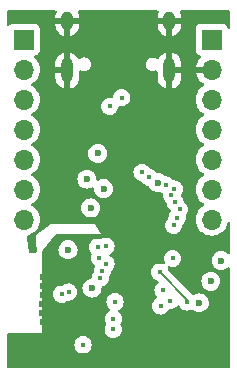
<source format=gbr>
%TF.GenerationSoftware,KiCad,Pcbnew,7.0.11-7.0.11~ubuntu22.04.1*%
%TF.CreationDate,2024-10-26T23:49:30+02:00*%
%TF.ProjectId,C6-40-Flash-test,43362d34-302d-4466-9c61-73682d746573,1.0*%
%TF.SameCoordinates,Original*%
%TF.FileFunction,Copper,L2,Inr*%
%TF.FilePolarity,Positive*%
%FSLAX46Y46*%
G04 Gerber Fmt 4.6, Leading zero omitted, Abs format (unit mm)*
G04 Created by KiCad (PCBNEW 7.0.11-7.0.11~ubuntu22.04.1) date 2024-10-26 23:49:30*
%MOMM*%
%LPD*%
G01*
G04 APERTURE LIST*
%TA.AperFunction,ComponentPad*%
%ADD10R,1.700000X1.700000*%
%TD*%
%TA.AperFunction,ComponentPad*%
%ADD11O,1.700000X1.700000*%
%TD*%
%TA.AperFunction,ComponentPad*%
%ADD12O,1.000000X1.600000*%
%TD*%
%TA.AperFunction,ComponentPad*%
%ADD13O,1.000000X2.100000*%
%TD*%
%TA.AperFunction,ViaPad*%
%ADD14C,0.450000*%
%TD*%
%TA.AperFunction,ViaPad*%
%ADD15C,0.600000*%
%TD*%
%TA.AperFunction,Conductor*%
%ADD16C,0.200000*%
%TD*%
G04 APERTURE END LIST*
D10*
%TO.N,IO0*%
%TO.C,J2*%
X134190000Y-84505000D03*
D11*
%TO.N,IO1*%
X134190000Y-87045000D03*
%TO.N,IO2*%
X134190000Y-89585000D03*
%TO.N,IO3*%
X134190000Y-92125000D03*
%TO.N,IO4*%
X134190000Y-94665000D03*
%TO.N,IO5*%
X134190000Y-97205000D03*
%TO.N,IO6*%
X134190000Y-99745000D03*
%TD*%
D10*
%TO.N,VBUS*%
%TO.C,J3*%
X150100000Y-84505000D03*
D11*
%TO.N,GND*%
X150100000Y-87045000D03*
%TO.N,+3V3*%
X150100000Y-89585000D03*
%TO.N,SPIVDD*%
X150100000Y-92125000D03*
%TO.N,RX*%
X150100000Y-94665000D03*
%TO.N,TX*%
X150100000Y-97205000D03*
%TO.N,IO7*%
X150100000Y-99745000D03*
%TD*%
D12*
%TO.N,GND*%
%TO.C,J1*%
X137870000Y-82935000D03*
D13*
X137870000Y-87115000D03*
D12*
X146510000Y-82935000D03*
D13*
X146510000Y-87115000D03*
%TD*%
D14*
%TO.N,IO6*%
X148025000Y-106725000D03*
X145700000Y-104200000D03*
D15*
%TO.N,+3V3*%
X149050000Y-106800000D03*
%TO.N,GND*%
X150750000Y-108150000D03*
D14*
%TO.N,SPICS0*%
X139200000Y-110350000D03*
D15*
%TO.N,GND*%
X142450000Y-111850000D03*
D14*
%TO.N,SPI_D2*%
X141750000Y-109050000D03*
%TO.N,SPI_D0*%
X146600000Y-106600000D03*
%TO.N,SPICLK*%
X145775000Y-107061789D03*
X146940000Y-97155000D03*
D15*
%TO.N,SPIVDD*%
X150017880Y-104975000D03*
D14*
%TO.N,BOOT*%
X141911527Y-106709762D03*
X146785000Y-103028067D03*
D15*
%TO.N,GND*%
X135780000Y-105350000D03*
X143740000Y-99255000D03*
X135780000Y-108380000D03*
X135770000Y-107640000D03*
X135770000Y-106850000D03*
X136570000Y-105235000D03*
X135790000Y-104580000D03*
X136550000Y-102165000D03*
D14*
X137150000Y-93425000D03*
X139694000Y-107851587D03*
D15*
X143750000Y-99935000D03*
X143740000Y-100605000D03*
X136550000Y-96735000D03*
X138050000Y-110435000D03*
D14*
X147370000Y-96080000D03*
D15*
X135940000Y-111045000D03*
X135780000Y-106130000D03*
D14*
X144210000Y-92305000D03*
D15*
%TO.N,+3V3*%
X139844620Y-98760380D03*
X140940000Y-97125000D03*
X139530000Y-96315000D03*
D14*
X141144872Y-102000407D03*
D15*
X139960000Y-105545000D03*
X140440000Y-94145000D03*
X137930000Y-102295000D03*
X150910000Y-103215000D03*
X145540000Y-96605000D03*
D14*
%TO.N,SPICS0*%
X146875000Y-100225009D03*
%TO.N,SPI_D1*%
X141780000Y-108135000D03*
X147165000Y-99583857D03*
%TO.N,SPI_D2*%
X147380000Y-98875000D03*
%TO.N,SPI_D0*%
X146210000Y-96815000D03*
%TO.N,SPI_D3*%
X146680000Y-97695000D03*
X145966594Y-105715233D03*
%TO.N,SPIVDD*%
X146988413Y-98246587D03*
%TO.N,/USB_D+*%
X142480000Y-89415000D03*
X141460000Y-90155000D03*
%TO.N,IO0*%
X140450000Y-102085000D03*
%TO.N,IO1*%
X140590000Y-102985000D03*
%TO.N,IO2*%
X141153307Y-103484121D03*
%TO.N,IO3*%
X140850000Y-104115000D03*
%TO.N,IO4*%
X140660000Y-104685000D03*
%TO.N,IO5*%
X137980000Y-105870000D03*
%TO.N,IO6*%
X137400000Y-106060000D03*
%TO.N,TX*%
X144810000Y-96170000D03*
%TO.N,RX*%
X144200000Y-95750000D03*
%TO.N,GND*%
X134900000Y-102200000D03*
%TD*%
D16*
%TO.N,IO6*%
X145700000Y-104200000D02*
X148025000Y-106525000D01*
X148025000Y-106525000D02*
X148025000Y-106725000D01*
%TD*%
%TA.AperFunction,Conductor*%
%TO.N,GND*%
G36*
X136917967Y-82055185D02*
G01*
X136963722Y-82107989D01*
X136973666Y-82177147D01*
X136964879Y-82208400D01*
X136910940Y-82334092D01*
X136870000Y-82533309D01*
X136870000Y-82685000D01*
X137570000Y-82685000D01*
X137570000Y-83185000D01*
X136870000Y-83185000D01*
X136870000Y-83285713D01*
X136885418Y-83437338D01*
X136946299Y-83631381D01*
X136946304Y-83631391D01*
X137045005Y-83809215D01*
X137045005Y-83809216D01*
X137177478Y-83963530D01*
X137177479Y-83963531D01*
X137338304Y-84088018D01*
X137520907Y-84177589D01*
X137620000Y-84203244D01*
X137620000Y-83401110D01*
X137644457Y-83440610D01*
X137733962Y-83508201D01*
X137841840Y-83538895D01*
X137953521Y-83528546D01*
X138053922Y-83478552D01*
X138120000Y-83406069D01*
X138120000Y-84208365D01*
X138121944Y-84208069D01*
X138121945Y-84208069D01*
X138312660Y-84137436D01*
X138312664Y-84137434D01*
X138485267Y-84029850D01*
X138632668Y-83889735D01*
X138632669Y-83889733D01*
X138748856Y-83722804D01*
X138829059Y-83535907D01*
X138870000Y-83336690D01*
X138870000Y-83185000D01*
X138170000Y-83185000D01*
X138170000Y-82685000D01*
X138870000Y-82685000D01*
X138870000Y-82584286D01*
X138854581Y-82432661D01*
X138793700Y-82238618D01*
X138793695Y-82238606D01*
X138783188Y-82219676D01*
X138767866Y-82151508D01*
X138791831Y-82085876D01*
X138847474Y-82043620D01*
X138891608Y-82035500D01*
X145490928Y-82035500D01*
X145557967Y-82055185D01*
X145603722Y-82107989D01*
X145613666Y-82177147D01*
X145604879Y-82208400D01*
X145550940Y-82334092D01*
X145510000Y-82533309D01*
X145510000Y-82685000D01*
X146210000Y-82685000D01*
X146210000Y-83185000D01*
X145510000Y-83185000D01*
X145510000Y-83285713D01*
X145525418Y-83437338D01*
X145586299Y-83631381D01*
X145586304Y-83631391D01*
X145685005Y-83809215D01*
X145685005Y-83809216D01*
X145817478Y-83963530D01*
X145817479Y-83963531D01*
X145978304Y-84088018D01*
X146160907Y-84177589D01*
X146260000Y-84203244D01*
X146260000Y-83401110D01*
X146284457Y-83440610D01*
X146373962Y-83508201D01*
X146481840Y-83538895D01*
X146593521Y-83528546D01*
X146693922Y-83478552D01*
X146760000Y-83406069D01*
X146760000Y-84208366D01*
X146761944Y-84208069D01*
X146761945Y-84208069D01*
X146952660Y-84137436D01*
X146952664Y-84137434D01*
X147125267Y-84029850D01*
X147272668Y-83889735D01*
X147272669Y-83889733D01*
X147388856Y-83722804D01*
X147469059Y-83535907D01*
X147510000Y-83336690D01*
X147510000Y-83185000D01*
X146810000Y-83185000D01*
X146810000Y-82685000D01*
X147510000Y-82685000D01*
X147510000Y-82584286D01*
X147494581Y-82432661D01*
X147433700Y-82238618D01*
X147433695Y-82238606D01*
X147423188Y-82219676D01*
X147407866Y-82151508D01*
X147431831Y-82085876D01*
X147487474Y-82043620D01*
X147531608Y-82035500D01*
X151545500Y-82035500D01*
X151612539Y-82055185D01*
X151658294Y-82107989D01*
X151669500Y-82159500D01*
X151669500Y-83464574D01*
X151649815Y-83531613D01*
X151597011Y-83577368D01*
X151527853Y-83587312D01*
X151464297Y-83558287D01*
X151429318Y-83507907D01*
X151393797Y-83412671D01*
X151393793Y-83412664D01*
X151307547Y-83297455D01*
X151307544Y-83297452D01*
X151192335Y-83211206D01*
X151192328Y-83211202D01*
X151057482Y-83160908D01*
X151057483Y-83160908D01*
X150997883Y-83154501D01*
X150997881Y-83154500D01*
X150997873Y-83154500D01*
X150997864Y-83154500D01*
X149202129Y-83154500D01*
X149202123Y-83154501D01*
X149142516Y-83160908D01*
X149007671Y-83211202D01*
X149007664Y-83211206D01*
X148892455Y-83297452D01*
X148892452Y-83297455D01*
X148806206Y-83412664D01*
X148806202Y-83412671D01*
X148755908Y-83547517D01*
X148751630Y-83587312D01*
X148749501Y-83607123D01*
X148749500Y-83607135D01*
X148749500Y-85402870D01*
X148749501Y-85402876D01*
X148755908Y-85462483D01*
X148806202Y-85597328D01*
X148806206Y-85597335D01*
X148892452Y-85712544D01*
X148892455Y-85712547D01*
X149007664Y-85798793D01*
X149007671Y-85798797D01*
X149007674Y-85798798D01*
X149139598Y-85848002D01*
X149195531Y-85889873D01*
X149219949Y-85955337D01*
X149205098Y-86023610D01*
X149183947Y-86051865D01*
X149061886Y-86173926D01*
X148926400Y-86367420D01*
X148926399Y-86367422D01*
X148826570Y-86581507D01*
X148826567Y-86581513D01*
X148769364Y-86794999D01*
X148769364Y-86795000D01*
X149666314Y-86795000D01*
X149640507Y-86835156D01*
X149600000Y-86973111D01*
X149600000Y-87116889D01*
X149640507Y-87254844D01*
X149666314Y-87295000D01*
X148769364Y-87295000D01*
X148826567Y-87508486D01*
X148826570Y-87508492D01*
X148926399Y-87722578D01*
X149061894Y-87916082D01*
X149228917Y-88083105D01*
X149414595Y-88213119D01*
X149458219Y-88267696D01*
X149465412Y-88337195D01*
X149433890Y-88399549D01*
X149414595Y-88416269D01*
X149228594Y-88546508D01*
X149061505Y-88713597D01*
X148925965Y-88907169D01*
X148925964Y-88907171D01*
X148826098Y-89121335D01*
X148826094Y-89121344D01*
X148764938Y-89349586D01*
X148764936Y-89349596D01*
X148744341Y-89584999D01*
X148744341Y-89585000D01*
X148764936Y-89820403D01*
X148764938Y-89820413D01*
X148826094Y-90048655D01*
X148826096Y-90048659D01*
X148826097Y-90048663D01*
X148883502Y-90171767D01*
X148925965Y-90262830D01*
X148925967Y-90262834D01*
X149061501Y-90456395D01*
X149061506Y-90456402D01*
X149228597Y-90623493D01*
X149228603Y-90623498D01*
X149414158Y-90753425D01*
X149457783Y-90808002D01*
X149464977Y-90877500D01*
X149433454Y-90939855D01*
X149414158Y-90956575D01*
X149228597Y-91086505D01*
X149061505Y-91253597D01*
X148925965Y-91447169D01*
X148925964Y-91447171D01*
X148826098Y-91661335D01*
X148826094Y-91661344D01*
X148764938Y-91889586D01*
X148764936Y-91889596D01*
X148744341Y-92124999D01*
X148744341Y-92125000D01*
X148764936Y-92360403D01*
X148764938Y-92360413D01*
X148826094Y-92588655D01*
X148826096Y-92588659D01*
X148826097Y-92588663D01*
X148925965Y-92802830D01*
X148925967Y-92802834D01*
X149061501Y-92996395D01*
X149061506Y-92996402D01*
X149228597Y-93163493D01*
X149228603Y-93163498D01*
X149414158Y-93293425D01*
X149457783Y-93348002D01*
X149464977Y-93417500D01*
X149433454Y-93479855D01*
X149414158Y-93496575D01*
X149228597Y-93626505D01*
X149061505Y-93793597D01*
X148925965Y-93987169D01*
X148925964Y-93987171D01*
X148826098Y-94201335D01*
X148826094Y-94201344D01*
X148764938Y-94429586D01*
X148764936Y-94429596D01*
X148744341Y-94664999D01*
X148744341Y-94665000D01*
X148764936Y-94900403D01*
X148764938Y-94900413D01*
X148826094Y-95128655D01*
X148826096Y-95128659D01*
X148826097Y-95128663D01*
X148903566Y-95294795D01*
X148925965Y-95342830D01*
X148925967Y-95342834D01*
X149061501Y-95536395D01*
X149061506Y-95536402D01*
X149228597Y-95703493D01*
X149228603Y-95703498D01*
X149414158Y-95833425D01*
X149457783Y-95888002D01*
X149464977Y-95957500D01*
X149433454Y-96019855D01*
X149414158Y-96036575D01*
X149228597Y-96166505D01*
X149061505Y-96333597D01*
X148925965Y-96527169D01*
X148925964Y-96527171D01*
X148826098Y-96741335D01*
X148826094Y-96741344D01*
X148764938Y-96969586D01*
X148764936Y-96969596D01*
X148744341Y-97204999D01*
X148744341Y-97205000D01*
X148764936Y-97440403D01*
X148764938Y-97440413D01*
X148826094Y-97668655D01*
X148826096Y-97668659D01*
X148826097Y-97668663D01*
X148911024Y-97850788D01*
X148925965Y-97882830D01*
X148925967Y-97882834D01*
X149061501Y-98076395D01*
X149061506Y-98076402D01*
X149228597Y-98243493D01*
X149228603Y-98243498D01*
X149414158Y-98373425D01*
X149457783Y-98428002D01*
X149464977Y-98497500D01*
X149433454Y-98559855D01*
X149414158Y-98576575D01*
X149228597Y-98706505D01*
X149061505Y-98873597D01*
X148925965Y-99067169D01*
X148925964Y-99067171D01*
X148826098Y-99281335D01*
X148826094Y-99281344D01*
X148764938Y-99509586D01*
X148764936Y-99509596D01*
X148744341Y-99744999D01*
X148744341Y-99745000D01*
X148764936Y-99980403D01*
X148764938Y-99980413D01*
X148826094Y-100208655D01*
X148826096Y-100208659D01*
X148826097Y-100208663D01*
X148833721Y-100225012D01*
X148925965Y-100422830D01*
X148925967Y-100422834D01*
X149034281Y-100577521D01*
X149061505Y-100616401D01*
X149228599Y-100783495D01*
X149246197Y-100795817D01*
X149422165Y-100919032D01*
X149422167Y-100919033D01*
X149422170Y-100919035D01*
X149636337Y-101018903D01*
X149864592Y-101080063D01*
X150052918Y-101096539D01*
X150099999Y-101100659D01*
X150100000Y-101100659D01*
X150100001Y-101100659D01*
X150139234Y-101097226D01*
X150335408Y-101080063D01*
X150563663Y-101018903D01*
X150777830Y-100919035D01*
X150971401Y-100783495D01*
X151138495Y-100616401D01*
X151274035Y-100422830D01*
X151373903Y-100208663D01*
X151425725Y-100015257D01*
X151462090Y-99955597D01*
X151524936Y-99925068D01*
X151594312Y-99933362D01*
X151648190Y-99977848D01*
X151669465Y-100044399D01*
X151669500Y-100047351D01*
X151669500Y-102543060D01*
X151649815Y-102610099D01*
X151597011Y-102655854D01*
X151527853Y-102665798D01*
X151464297Y-102636773D01*
X151457819Y-102630741D01*
X151412262Y-102585184D01*
X151259523Y-102489211D01*
X151089254Y-102429631D01*
X151089249Y-102429630D01*
X150910004Y-102409435D01*
X150909996Y-102409435D01*
X150730750Y-102429630D01*
X150730745Y-102429631D01*
X150560476Y-102489211D01*
X150407737Y-102585184D01*
X150280184Y-102712737D01*
X150184211Y-102865476D01*
X150124631Y-103035745D01*
X150124630Y-103035750D01*
X150104435Y-103214996D01*
X150104435Y-103215003D01*
X150124630Y-103394249D01*
X150124631Y-103394254D01*
X150184211Y-103564523D01*
X150260450Y-103685856D01*
X150280184Y-103717262D01*
X150407738Y-103844816D01*
X150560478Y-103940789D01*
X150730745Y-104000368D01*
X150730750Y-104000369D01*
X150909996Y-104020565D01*
X150910000Y-104020565D01*
X150910004Y-104020565D01*
X151089249Y-104000369D01*
X151089252Y-104000368D01*
X151089255Y-104000368D01*
X151259522Y-103940789D01*
X151412262Y-103844816D01*
X151457819Y-103799259D01*
X151519142Y-103765774D01*
X151588834Y-103770758D01*
X151644767Y-103812630D01*
X151669184Y-103878094D01*
X151669500Y-103886940D01*
X151669500Y-112170500D01*
X151649815Y-112237539D01*
X151597011Y-112283294D01*
X151545500Y-112294500D01*
X132874500Y-112294500D01*
X132807461Y-112274815D01*
X132761706Y-112222011D01*
X132750500Y-112170500D01*
X132750500Y-110350003D01*
X138469909Y-110350003D01*
X138488212Y-110512455D01*
X138542210Y-110666774D01*
X138542211Y-110666775D01*
X138629192Y-110805204D01*
X138744796Y-110920808D01*
X138883225Y-111007789D01*
X139037539Y-111061786D01*
X139037542Y-111061786D01*
X139037544Y-111061787D01*
X139199996Y-111080091D01*
X139200000Y-111080091D01*
X139200004Y-111080091D01*
X139362455Y-111061787D01*
X139362456Y-111061786D01*
X139362461Y-111061786D01*
X139516775Y-111007789D01*
X139655204Y-110920808D01*
X139770808Y-110805204D01*
X139857789Y-110666775D01*
X139911786Y-110512461D01*
X139930091Y-110350000D01*
X139911786Y-110187539D01*
X139857789Y-110033225D01*
X139770808Y-109894796D01*
X139655204Y-109779192D01*
X139627503Y-109761786D01*
X139516774Y-109692210D01*
X139362455Y-109638212D01*
X139200004Y-109619909D01*
X139199996Y-109619909D01*
X139037544Y-109638212D01*
X138883225Y-109692210D01*
X138744795Y-109779192D01*
X138629192Y-109894795D01*
X138542210Y-110033225D01*
X138488212Y-110187544D01*
X138469909Y-110349996D01*
X138469909Y-110350003D01*
X132750500Y-110350003D01*
X132750500Y-109474000D01*
X132770185Y-109406961D01*
X132822989Y-109361206D01*
X132874500Y-109350000D01*
X135700000Y-109350000D01*
X135700000Y-109050003D01*
X141019909Y-109050003D01*
X141038212Y-109212455D01*
X141092210Y-109366774D01*
X141159585Y-109474000D01*
X141179192Y-109505204D01*
X141294796Y-109620808D01*
X141433225Y-109707789D01*
X141587539Y-109761786D01*
X141587542Y-109761786D01*
X141587544Y-109761787D01*
X141749996Y-109780091D01*
X141750000Y-109780091D01*
X141750004Y-109780091D01*
X141912455Y-109761787D01*
X141912456Y-109761786D01*
X141912461Y-109761786D01*
X142066775Y-109707789D01*
X142205204Y-109620808D01*
X142320808Y-109505204D01*
X142407789Y-109366775D01*
X142461786Y-109212461D01*
X142480091Y-109050000D01*
X142461786Y-108887539D01*
X142407789Y-108733225D01*
X142375818Y-108682343D01*
X142356818Y-108615106D01*
X142375818Y-108550400D01*
X142437789Y-108451775D01*
X142491786Y-108297461D01*
X142510091Y-108135000D01*
X142491786Y-107972539D01*
X142437789Y-107818225D01*
X142350808Y-107679796D01*
X142235204Y-107564192D01*
X142235201Y-107564190D01*
X142230881Y-107560745D01*
X142190741Y-107503556D01*
X142187891Y-107433745D01*
X142223237Y-107373475D01*
X142242218Y-107358806D01*
X142366731Y-107280570D01*
X142482335Y-107164966D01*
X142569316Y-107026537D01*
X142623313Y-106872223D01*
X142623314Y-106872217D01*
X142641618Y-106709765D01*
X142641618Y-106709758D01*
X142623314Y-106547306D01*
X142623313Y-106547304D01*
X142623313Y-106547301D01*
X142569316Y-106392987D01*
X142482335Y-106254558D01*
X142366731Y-106138954D01*
X142344342Y-106124886D01*
X142228301Y-106051972D01*
X142073982Y-105997974D01*
X141911531Y-105979671D01*
X141911523Y-105979671D01*
X141749071Y-105997974D01*
X141594752Y-106051972D01*
X141456322Y-106138954D01*
X141340719Y-106254557D01*
X141253737Y-106392987D01*
X141199739Y-106547306D01*
X141181436Y-106709758D01*
X141181436Y-106709765D01*
X141199739Y-106872217D01*
X141253737Y-107026536D01*
X141274324Y-107059299D01*
X141340719Y-107164966D01*
X141456323Y-107280570D01*
X141456328Y-107280573D01*
X141460644Y-107284015D01*
X141500785Y-107341203D01*
X141503635Y-107411015D01*
X141468290Y-107471285D01*
X141449305Y-107485956D01*
X141324798Y-107564190D01*
X141324795Y-107564192D01*
X141209192Y-107679795D01*
X141122210Y-107818225D01*
X141068212Y-107972544D01*
X141049909Y-108134996D01*
X141049909Y-108135003D01*
X141068212Y-108297455D01*
X141122210Y-108451775D01*
X141154181Y-108502656D01*
X141173181Y-108569893D01*
X141154181Y-108634600D01*
X141092210Y-108733225D01*
X141038212Y-108887544D01*
X141019909Y-109049996D01*
X141019909Y-109050003D01*
X135700000Y-109050003D01*
X135700000Y-106060003D01*
X136669909Y-106060003D01*
X136688212Y-106222455D01*
X136688213Y-106222460D01*
X136688214Y-106222461D01*
X136695379Y-106242939D01*
X136742210Y-106376774D01*
X136788522Y-106450478D01*
X136829192Y-106515204D01*
X136944796Y-106630808D01*
X137083225Y-106717789D01*
X137237539Y-106771786D01*
X137237542Y-106771786D01*
X137237544Y-106771787D01*
X137399996Y-106790091D01*
X137400000Y-106790091D01*
X137400004Y-106790091D01*
X137562455Y-106771787D01*
X137562456Y-106771786D01*
X137562461Y-106771786D01*
X137716775Y-106717789D01*
X137855204Y-106630808D01*
X137855205Y-106630807D01*
X137860648Y-106626467D01*
X137861910Y-106628050D01*
X137914525Y-106599308D01*
X137954787Y-106597250D01*
X137980000Y-106600091D01*
X137980004Y-106600091D01*
X138142455Y-106581787D01*
X138142456Y-106581786D01*
X138142461Y-106581786D01*
X138296775Y-106527789D01*
X138435204Y-106440808D01*
X138550808Y-106325204D01*
X138637789Y-106186775D01*
X138691786Y-106032461D01*
X138710091Y-105870000D01*
X138700014Y-105780565D01*
X138691787Y-105707544D01*
X138691786Y-105707542D01*
X138691786Y-105707539D01*
X138637789Y-105553225D01*
X138632623Y-105545003D01*
X139154435Y-105545003D01*
X139174630Y-105724249D01*
X139174631Y-105724254D01*
X139234211Y-105894523D01*
X139309681Y-106014632D01*
X139330184Y-106047262D01*
X139457738Y-106174816D01*
X139476769Y-106186774D01*
X139584646Y-106254558D01*
X139610478Y-106270789D01*
X139654066Y-106286041D01*
X139780745Y-106330368D01*
X139780750Y-106330369D01*
X139959996Y-106350565D01*
X139960000Y-106350565D01*
X139960004Y-106350565D01*
X140139249Y-106330369D01*
X140139252Y-106330368D01*
X140139255Y-106330368D01*
X140309522Y-106270789D01*
X140462262Y-106174816D01*
X140589816Y-106047262D01*
X140685789Y-105894522D01*
X140745368Y-105724255D01*
X140746385Y-105715236D01*
X140765565Y-105545002D01*
X140765565Y-105545000D01*
X140762728Y-105519826D01*
X140774781Y-105451008D01*
X140822129Y-105399627D01*
X140844991Y-105388902D01*
X140976775Y-105342789D01*
X141115204Y-105255808D01*
X141230808Y-105140204D01*
X141317789Y-105001775D01*
X141371786Y-104847461D01*
X141377613Y-104795750D01*
X141390091Y-104685002D01*
X141390091Y-104684998D01*
X141388263Y-104668776D01*
X141400317Y-104599954D01*
X141417285Y-104576300D01*
X141416467Y-104575648D01*
X141420807Y-104570205D01*
X141420808Y-104570204D01*
X141507789Y-104431775D01*
X141561786Y-104277461D01*
X141570514Y-104200003D01*
X144969909Y-104200003D01*
X144988212Y-104362455D01*
X145042210Y-104516774D01*
X145045836Y-104522544D01*
X145129192Y-104655204D01*
X145244796Y-104770808D01*
X145383225Y-104857789D01*
X145515515Y-104904079D01*
X145572289Y-104944800D01*
X145598037Y-105009752D01*
X145584581Y-105078314D01*
X145540533Y-105126113D01*
X145511388Y-105144426D01*
X145395786Y-105260028D01*
X145308804Y-105398458D01*
X145254806Y-105552777D01*
X145236503Y-105715229D01*
X145236503Y-105715236D01*
X145254806Y-105877688D01*
X145308804Y-106032007D01*
X145395786Y-106170437D01*
X145453367Y-106228018D01*
X145486852Y-106289341D01*
X145481868Y-106359033D01*
X145439996Y-106414966D01*
X145431658Y-106420693D01*
X145319795Y-106490981D01*
X145204192Y-106606584D01*
X145117210Y-106745014D01*
X145063212Y-106899333D01*
X145044909Y-107061785D01*
X145044909Y-107061792D01*
X145063212Y-107224244D01*
X145117210Y-107378563D01*
X145153794Y-107436786D01*
X145204192Y-107516993D01*
X145319796Y-107632597D01*
X145458225Y-107719578D01*
X145612539Y-107773575D01*
X145612542Y-107773575D01*
X145612544Y-107773576D01*
X145774996Y-107791880D01*
X145775000Y-107791880D01*
X145775004Y-107791880D01*
X145937455Y-107773576D01*
X145937456Y-107773575D01*
X145937461Y-107773575D01*
X146091775Y-107719578D01*
X146230204Y-107632597D01*
X146345808Y-107516993D01*
X146430836Y-107381672D01*
X146483170Y-107335382D01*
X146549713Y-107324425D01*
X146599998Y-107330091D01*
X146600000Y-107330091D01*
X146600004Y-107330091D01*
X146762455Y-107311787D01*
X146762456Y-107311786D01*
X146762461Y-107311786D01*
X146916775Y-107257789D01*
X147055204Y-107170808D01*
X147170808Y-107055204D01*
X147170811Y-107055198D01*
X147175151Y-107049758D01*
X147177190Y-107051384D01*
X147220540Y-107013021D01*
X147289591Y-107002355D01*
X147353446Y-107030714D01*
X147378222Y-107059299D01*
X147434913Y-107149522D01*
X147454192Y-107180204D01*
X147569796Y-107295808D01*
X147708225Y-107382789D01*
X147862539Y-107436786D01*
X147862542Y-107436786D01*
X147862544Y-107436787D01*
X148024996Y-107455091D01*
X148025000Y-107455091D01*
X148025004Y-107455091D01*
X148187457Y-107436787D01*
X148187459Y-107436786D01*
X148187461Y-107436786D01*
X148341775Y-107382789D01*
X148355648Y-107374071D01*
X148422883Y-107355069D01*
X148489719Y-107375434D01*
X148509304Y-107391382D01*
X148547738Y-107429816D01*
X148700478Y-107525789D01*
X148810233Y-107564194D01*
X148870745Y-107585368D01*
X148870750Y-107585369D01*
X149049996Y-107605565D01*
X149050000Y-107605565D01*
X149050004Y-107605565D01*
X149229249Y-107585369D01*
X149229252Y-107585368D01*
X149229255Y-107585368D01*
X149399522Y-107525789D01*
X149552262Y-107429816D01*
X149679816Y-107302262D01*
X149775789Y-107149522D01*
X149835368Y-106979255D01*
X149845711Y-106887461D01*
X149855565Y-106800003D01*
X149855565Y-106799996D01*
X149835369Y-106620750D01*
X149835368Y-106620745D01*
X149821736Y-106581786D01*
X149775789Y-106450478D01*
X149769712Y-106440807D01*
X149679815Y-106297737D01*
X149552262Y-106170184D01*
X149399523Y-106074211D01*
X149229254Y-106014631D01*
X149229249Y-106014630D01*
X149050004Y-105994435D01*
X149049996Y-105994435D01*
X148870750Y-106014630D01*
X148870745Y-106014631D01*
X148700476Y-106074211D01*
X148617651Y-106126254D01*
X148550414Y-106145254D01*
X148483579Y-106124886D01*
X148459235Y-106102258D01*
X148459029Y-106102465D01*
X148453387Y-106096823D01*
X148453302Y-106096744D01*
X148453282Y-106096718D01*
X148453281Y-106096717D01*
X148428228Y-106077493D01*
X148416034Y-106066799D01*
X147324238Y-104975003D01*
X149212315Y-104975003D01*
X149232510Y-105154249D01*
X149232511Y-105154254D01*
X149292091Y-105324523D01*
X149388064Y-105477262D01*
X149515618Y-105604816D01*
X149668358Y-105700789D01*
X149735420Y-105724255D01*
X149838625Y-105760368D01*
X149838630Y-105760369D01*
X150017876Y-105780565D01*
X150017880Y-105780565D01*
X150017884Y-105780565D01*
X150197129Y-105760369D01*
X150197132Y-105760368D01*
X150197135Y-105760368D01*
X150367402Y-105700789D01*
X150520142Y-105604816D01*
X150647696Y-105477262D01*
X150743669Y-105324522D01*
X150803248Y-105154255D01*
X150803249Y-105154249D01*
X150823445Y-104975003D01*
X150823445Y-104974996D01*
X150803249Y-104795750D01*
X150803248Y-104795745D01*
X150794522Y-104770807D01*
X150743669Y-104625478D01*
X150647696Y-104472738D01*
X150520142Y-104345184D01*
X150412362Y-104277461D01*
X150367403Y-104249211D01*
X150197134Y-104189631D01*
X150197129Y-104189630D01*
X150017884Y-104169435D01*
X150017876Y-104169435D01*
X149838630Y-104189630D01*
X149838625Y-104189631D01*
X149668356Y-104249211D01*
X149515617Y-104345184D01*
X149388064Y-104472737D01*
X149292091Y-104625476D01*
X149232511Y-104795745D01*
X149232510Y-104795750D01*
X149212315Y-104974996D01*
X149212315Y-104975003D01*
X147324238Y-104975003D01*
X146444443Y-104095208D01*
X146415861Y-104043489D01*
X146414085Y-104044111D01*
X146411786Y-104037541D01*
X146411786Y-104037539D01*
X146357789Y-103883225D01*
X146357789Y-103883224D01*
X146356238Y-103880756D01*
X146355722Y-103878931D01*
X146354769Y-103876952D01*
X146355115Y-103876785D01*
X146337235Y-103813520D01*
X146357600Y-103746684D01*
X146410867Y-103701468D01*
X146480123Y-103692228D01*
X146502175Y-103697735D01*
X146622539Y-103739853D01*
X146622545Y-103739853D01*
X146622546Y-103739854D01*
X146784996Y-103758158D01*
X146785000Y-103758158D01*
X146785004Y-103758158D01*
X146947455Y-103739854D01*
X146947456Y-103739853D01*
X146947461Y-103739853D01*
X147101775Y-103685856D01*
X147240204Y-103598875D01*
X147355808Y-103483271D01*
X147442789Y-103344842D01*
X147496786Y-103190528D01*
X147499398Y-103167346D01*
X147515091Y-103028070D01*
X147515091Y-103028063D01*
X147496787Y-102865611D01*
X147496786Y-102865609D01*
X147496786Y-102865606D01*
X147442789Y-102711292D01*
X147355808Y-102572863D01*
X147240204Y-102457259D01*
X147196236Y-102429632D01*
X147101774Y-102370277D01*
X146947455Y-102316279D01*
X146785004Y-102297976D01*
X146784996Y-102297976D01*
X146622544Y-102316279D01*
X146468225Y-102370277D01*
X146329795Y-102457259D01*
X146214192Y-102572862D01*
X146127210Y-102711292D01*
X146073212Y-102865611D01*
X146054909Y-103028063D01*
X146054909Y-103028070D01*
X146073212Y-103190522D01*
X146127210Y-103344841D01*
X146128764Y-103347314D01*
X146129280Y-103349140D01*
X146130231Y-103351115D01*
X146129885Y-103351281D01*
X146147764Y-103414550D01*
X146127396Y-103481386D01*
X146074129Y-103526600D01*
X146004872Y-103535838D01*
X145982816Y-103530328D01*
X145862455Y-103488212D01*
X145700004Y-103469909D01*
X145699996Y-103469909D01*
X145537544Y-103488212D01*
X145383225Y-103542210D01*
X145244795Y-103629192D01*
X145129192Y-103744795D01*
X145042210Y-103883225D01*
X144988212Y-104037544D01*
X144969909Y-104199996D01*
X144969909Y-104200003D01*
X141570514Y-104200003D01*
X141579252Y-104122447D01*
X141606318Y-104058033D01*
X141614791Y-104048649D01*
X141663072Y-104000368D01*
X141724115Y-103939325D01*
X141811096Y-103800896D01*
X141865093Y-103646582D01*
X141865094Y-103646576D01*
X141883398Y-103484124D01*
X141883398Y-103484117D01*
X141865094Y-103321665D01*
X141865093Y-103321663D01*
X141865093Y-103321660D01*
X141811096Y-103167346D01*
X141724115Y-103028917D01*
X141608511Y-102913313D01*
X141608508Y-102913311D01*
X141499167Y-102844606D01*
X141452876Y-102792271D01*
X141442229Y-102723218D01*
X141470604Y-102659369D01*
X141499164Y-102634622D01*
X141600076Y-102571215D01*
X141715680Y-102455611D01*
X141802661Y-102317182D01*
X141856658Y-102162868D01*
X141861967Y-102115750D01*
X141874963Y-102000410D01*
X141874963Y-102000403D01*
X141856659Y-101837951D01*
X141856658Y-101837949D01*
X141856658Y-101837946D01*
X141802661Y-101683632D01*
X141715680Y-101545203D01*
X141600076Y-101429599D01*
X141570054Y-101410735D01*
X141461646Y-101342617D01*
X141307327Y-101288619D01*
X141144876Y-101270316D01*
X141144868Y-101270316D01*
X140982416Y-101288619D01*
X140828095Y-101342618D01*
X140770248Y-101378965D01*
X140703011Y-101397964D01*
X140663324Y-101391012D01*
X140612455Y-101373212D01*
X140450004Y-101354909D01*
X140449996Y-101354909D01*
X140287544Y-101373212D01*
X140133225Y-101427210D01*
X139994795Y-101514192D01*
X139879192Y-101629795D01*
X139792210Y-101768225D01*
X139738212Y-101922544D01*
X139719909Y-102084996D01*
X139719909Y-102085003D01*
X139738212Y-102247455D01*
X139792210Y-102401774D01*
X139879192Y-102540204D01*
X139896558Y-102557570D01*
X139930043Y-102618893D01*
X139925919Y-102686205D01*
X139878212Y-102822544D01*
X139859909Y-102984996D01*
X139859909Y-102985003D01*
X139878212Y-103147455D01*
X139932210Y-103301774D01*
X139990320Y-103394255D01*
X140019192Y-103440204D01*
X140134796Y-103555808D01*
X140180170Y-103584319D01*
X140226461Y-103636653D01*
X140237109Y-103705706D01*
X140219192Y-103755283D01*
X140192211Y-103798222D01*
X140138212Y-103952544D01*
X140119909Y-104114996D01*
X140119909Y-104115000D01*
X140121737Y-104131230D01*
X140109680Y-104200051D01*
X140092719Y-104223704D01*
X140093533Y-104224353D01*
X140089192Y-104229796D01*
X140002210Y-104368225D01*
X139948212Y-104522544D01*
X139934381Y-104645303D01*
X139907314Y-104709717D01*
X139849719Y-104749272D01*
X139825047Y-104754639D01*
X139780750Y-104759630D01*
X139610478Y-104819210D01*
X139457737Y-104915184D01*
X139330184Y-105042737D01*
X139234211Y-105195476D01*
X139174631Y-105365745D01*
X139174630Y-105365750D01*
X139154435Y-105544996D01*
X139154435Y-105545003D01*
X138632623Y-105545003D01*
X138550808Y-105414796D01*
X138435204Y-105299192D01*
X138366159Y-105255808D01*
X138296774Y-105212210D01*
X138142455Y-105158212D01*
X137980004Y-105139909D01*
X137979996Y-105139909D01*
X137817544Y-105158212D01*
X137663225Y-105212210D01*
X137524796Y-105299192D01*
X137519353Y-105303533D01*
X137518095Y-105301955D01*
X137465434Y-105330700D01*
X137425215Y-105332749D01*
X137400000Y-105329909D01*
X137399998Y-105329909D01*
X137399996Y-105329909D01*
X137237544Y-105348212D01*
X137083225Y-105402210D01*
X136944795Y-105489192D01*
X136829192Y-105604795D01*
X136742210Y-105743225D01*
X136688212Y-105897544D01*
X136669909Y-106059996D01*
X136669909Y-106060003D01*
X135700000Y-106060003D01*
X135700000Y-102513612D01*
X135719685Y-102446573D01*
X135727301Y-102435989D01*
X135737006Y-102423899D01*
X135840473Y-102295003D01*
X137124435Y-102295003D01*
X137144630Y-102474249D01*
X137144631Y-102474254D01*
X137204211Y-102644523D01*
X137253659Y-102723218D01*
X137300184Y-102797262D01*
X137427738Y-102924816D01*
X137580478Y-103020789D01*
X137750745Y-103080368D01*
X137750750Y-103080369D01*
X137929996Y-103100565D01*
X137930000Y-103100565D01*
X137930004Y-103100565D01*
X138109249Y-103080369D01*
X138109252Y-103080368D01*
X138109255Y-103080368D01*
X138279522Y-103020789D01*
X138432262Y-102924816D01*
X138559816Y-102797262D01*
X138655789Y-102644522D01*
X138715368Y-102474255D01*
X138721042Y-102423899D01*
X138735565Y-102295003D01*
X138735565Y-102294996D01*
X138715369Y-102115750D01*
X138715368Y-102115745D01*
X138704608Y-102084996D01*
X138655789Y-101945478D01*
X138641375Y-101922539D01*
X138559815Y-101792737D01*
X138432262Y-101665184D01*
X138279523Y-101569211D01*
X138109254Y-101509631D01*
X138109249Y-101509630D01*
X137930004Y-101489435D01*
X137929996Y-101489435D01*
X137750750Y-101509630D01*
X137750745Y-101509631D01*
X137580476Y-101569211D01*
X137427737Y-101665184D01*
X137300184Y-101792737D01*
X137204211Y-101945476D01*
X137144631Y-102115745D01*
X137144630Y-102115750D01*
X137124435Y-102294996D01*
X137124435Y-102295003D01*
X135840473Y-102295003D01*
X136842896Y-101046221D01*
X136900211Y-101006266D01*
X136939268Y-100999846D01*
X140750000Y-100990000D01*
X140200000Y-100125000D01*
X140199999Y-100124999D01*
X136500000Y-100099999D01*
X135250000Y-101074999D01*
X135249999Y-101075000D01*
X135262165Y-101792737D01*
X135270728Y-102297976D01*
X135272863Y-102423899D01*
X135254318Y-102491262D01*
X135202297Y-102537905D01*
X135148881Y-102550000D01*
X134735597Y-102550000D01*
X134668558Y-102530315D01*
X134622803Y-102477511D01*
X134612404Y-102440123D01*
X134561995Y-102000410D01*
X134467738Y-101178205D01*
X134479659Y-101109363D01*
X134526908Y-101057891D01*
X134558834Y-101044311D01*
X134624035Y-101026841D01*
X134653653Y-101018906D01*
X134653654Y-101018905D01*
X134653663Y-101018903D01*
X134867830Y-100919035D01*
X135061401Y-100783495D01*
X135228495Y-100616401D01*
X135364035Y-100422830D01*
X135463903Y-100208663D01*
X135525063Y-99980408D01*
X135545659Y-99745000D01*
X135525063Y-99509592D01*
X135463903Y-99281337D01*
X135364035Y-99067171D01*
X135282872Y-98951257D01*
X135228494Y-98873597D01*
X135115279Y-98760383D01*
X139039055Y-98760383D01*
X139059250Y-98939629D01*
X139059251Y-98939634D01*
X139118831Y-99109903D01*
X139170275Y-99191775D01*
X139214804Y-99262642D01*
X139342358Y-99390196D01*
X139425835Y-99442648D01*
X139461891Y-99465304D01*
X139495098Y-99486169D01*
X139665365Y-99545748D01*
X139665370Y-99545749D01*
X139844616Y-99565945D01*
X139844620Y-99565945D01*
X139844624Y-99565945D01*
X140023869Y-99545749D01*
X140023872Y-99545748D01*
X140023875Y-99545748D01*
X140194142Y-99486169D01*
X140346882Y-99390196D01*
X140474436Y-99262642D01*
X140570409Y-99109902D01*
X140629988Y-98939635D01*
X140635364Y-98891920D01*
X140650185Y-98760383D01*
X140650185Y-98760376D01*
X140629989Y-98581130D01*
X140629988Y-98581125D01*
X140621975Y-98558225D01*
X140570409Y-98410858D01*
X140474436Y-98258118D01*
X140346882Y-98130564D01*
X140194143Y-98034591D01*
X140023874Y-97975011D01*
X140023869Y-97975010D01*
X139844624Y-97954815D01*
X139844616Y-97954815D01*
X139665370Y-97975010D01*
X139665365Y-97975011D01*
X139495096Y-98034591D01*
X139342357Y-98130564D01*
X139214804Y-98258117D01*
X139118831Y-98410856D01*
X139059251Y-98581125D01*
X139059250Y-98581130D01*
X139039055Y-98760376D01*
X139039055Y-98760383D01*
X135115279Y-98760383D01*
X135061402Y-98706506D01*
X135061396Y-98706501D01*
X134875842Y-98576575D01*
X134832217Y-98521998D01*
X134825023Y-98452500D01*
X134856546Y-98390145D01*
X134875842Y-98373425D01*
X134948940Y-98322241D01*
X135061401Y-98243495D01*
X135228495Y-98076401D01*
X135364035Y-97882830D01*
X135463903Y-97668663D01*
X135525063Y-97440408D01*
X135545659Y-97205000D01*
X135525063Y-96969592D01*
X135463903Y-96741337D01*
X135364035Y-96527171D01*
X135362059Y-96524348D01*
X135228494Y-96333597D01*
X135209900Y-96315003D01*
X138724435Y-96315003D01*
X138744630Y-96494249D01*
X138744631Y-96494254D01*
X138804211Y-96664523D01*
X138873928Y-96775476D01*
X138900184Y-96817262D01*
X139027738Y-96944816D01*
X139067169Y-96969592D01*
X139140138Y-97015442D01*
X139180478Y-97040789D01*
X139217153Y-97053622D01*
X139350745Y-97100368D01*
X139350750Y-97100369D01*
X139529996Y-97120565D01*
X139530000Y-97120565D01*
X139530004Y-97120565D01*
X139709249Y-97100369D01*
X139709252Y-97100368D01*
X139709255Y-97100368D01*
X139879522Y-97040789D01*
X139946048Y-96998987D01*
X140013281Y-96979988D01*
X140080116Y-97000355D01*
X140125331Y-97053622D01*
X140135239Y-97117861D01*
X140134435Y-97124998D01*
X140134435Y-97125003D01*
X140154630Y-97304249D01*
X140154631Y-97304254D01*
X140214211Y-97474523D01*
X140284375Y-97586188D01*
X140310184Y-97627262D01*
X140437738Y-97754816D01*
X140590478Y-97850789D01*
X140760745Y-97910368D01*
X140760750Y-97910369D01*
X140939996Y-97930565D01*
X140940000Y-97930565D01*
X140940004Y-97930565D01*
X141119249Y-97910369D01*
X141119252Y-97910368D01*
X141119255Y-97910368D01*
X141289522Y-97850789D01*
X141442262Y-97754816D01*
X141569816Y-97627262D01*
X141665789Y-97474522D01*
X141725368Y-97304255D01*
X141733192Y-97234815D01*
X141745565Y-97125003D01*
X141745565Y-97124996D01*
X141725369Y-96945750D01*
X141725368Y-96945745D01*
X141665788Y-96775476D01*
X141596071Y-96664523D01*
X141569816Y-96622738D01*
X141442262Y-96495184D01*
X141389111Y-96461787D01*
X141289523Y-96399211D01*
X141119254Y-96339631D01*
X141119249Y-96339630D01*
X140940004Y-96319435D01*
X140939996Y-96319435D01*
X140760750Y-96339630D01*
X140760745Y-96339631D01*
X140590476Y-96399211D01*
X140523953Y-96441011D01*
X140456716Y-96460011D01*
X140389881Y-96439643D01*
X140344667Y-96386375D01*
X140334761Y-96322131D01*
X140335565Y-96315000D01*
X140318834Y-96166505D01*
X140315369Y-96135750D01*
X140315368Y-96135745D01*
X140274816Y-96019855D01*
X140255789Y-95965478D01*
X140236638Y-95935000D01*
X140216582Y-95903080D01*
X140159816Y-95812738D01*
X140097081Y-95750003D01*
X143469909Y-95750003D01*
X143488212Y-95912455D01*
X143542210Y-96066774D01*
X143542211Y-96066775D01*
X143629192Y-96205204D01*
X143744796Y-96320808D01*
X143883225Y-96407789D01*
X144037539Y-96461786D01*
X144037543Y-96461786D01*
X144037545Y-96461787D01*
X144084708Y-96467101D01*
X144149123Y-96494167D01*
X144175819Y-96524348D01*
X144239190Y-96625202D01*
X144239192Y-96625204D01*
X144354796Y-96740808D01*
X144493225Y-96827789D01*
X144493227Y-96827790D01*
X144647531Y-96881784D01*
X144647535Y-96881785D01*
X144647536Y-96881785D01*
X144647539Y-96881786D01*
X144718634Y-96889796D01*
X144783046Y-96916861D01*
X144808908Y-96949629D01*
X144810506Y-96948626D01*
X144868416Y-97040789D01*
X144910184Y-97107262D01*
X145037738Y-97234816D01*
X145128080Y-97291582D01*
X145169266Y-97317461D01*
X145190478Y-97330789D01*
X145347713Y-97385808D01*
X145360745Y-97390368D01*
X145360750Y-97390369D01*
X145539996Y-97410565D01*
X145540000Y-97410565D01*
X145540003Y-97410565D01*
X145646159Y-97398603D01*
X145712428Y-97391137D01*
X145781250Y-97403191D01*
X145792285Y-97409364D01*
X145899122Y-97476495D01*
X145898175Y-97478000D01*
X145943326Y-97518762D01*
X145961642Y-97586188D01*
X145960888Y-97597547D01*
X145949909Y-97694995D01*
X145949909Y-97695003D01*
X145968212Y-97857455D01*
X146022210Y-98011774D01*
X146109192Y-98150204D01*
X146229720Y-98270732D01*
X146228613Y-98271838D01*
X146263993Y-98322241D01*
X146269761Y-98348119D01*
X146276625Y-98409042D01*
X146330623Y-98563361D01*
X146330624Y-98563362D01*
X146417605Y-98701791D01*
X146533209Y-98817395D01*
X146601252Y-98860149D01*
X146647543Y-98912484D01*
X146658500Y-98951257D01*
X146663266Y-98993549D01*
X146651213Y-99062371D01*
X146627728Y-99095115D01*
X146594194Y-99128649D01*
X146507210Y-99267082D01*
X146453212Y-99421401D01*
X146434909Y-99583853D01*
X146434909Y-99587726D01*
X146434200Y-99590137D01*
X146434129Y-99590776D01*
X146434017Y-99590763D01*
X146415224Y-99654765D01*
X146398590Y-99675407D01*
X146304192Y-99769804D01*
X146217210Y-99908234D01*
X146163212Y-100062553D01*
X146144909Y-100225005D01*
X146144909Y-100225012D01*
X146163212Y-100387464D01*
X146217210Y-100541783D01*
X146217211Y-100541784D01*
X146304192Y-100680213D01*
X146419796Y-100795817D01*
X146558225Y-100882798D01*
X146712539Y-100936795D01*
X146712542Y-100936795D01*
X146712544Y-100936796D01*
X146874996Y-100955100D01*
X146875000Y-100955100D01*
X146875004Y-100955100D01*
X147037455Y-100936796D01*
X147037456Y-100936795D01*
X147037461Y-100936795D01*
X147191775Y-100882798D01*
X147330204Y-100795817D01*
X147445808Y-100680213D01*
X147532789Y-100541784D01*
X147586786Y-100387470D01*
X147605091Y-100225009D01*
X147605091Y-100225005D01*
X147605091Y-100221140D01*
X147605799Y-100218728D01*
X147605871Y-100218090D01*
X147605982Y-100218102D01*
X147624776Y-100154101D01*
X147641410Y-100133459D01*
X147674870Y-100099999D01*
X147735808Y-100039061D01*
X147822789Y-99900632D01*
X147876786Y-99746318D01*
X147887165Y-99654201D01*
X147895091Y-99583860D01*
X147895091Y-99583854D01*
X147883117Y-99477583D01*
X147881733Y-99465303D01*
X147893787Y-99396482D01*
X147917270Y-99363741D01*
X147950808Y-99330204D01*
X148037789Y-99191775D01*
X148091786Y-99037461D01*
X148101499Y-98951257D01*
X148110091Y-98875003D01*
X148110091Y-98874996D01*
X148091787Y-98712544D01*
X148091786Y-98712542D01*
X148091786Y-98712539D01*
X148037789Y-98558225D01*
X147950808Y-98419796D01*
X147835204Y-98304192D01*
X147835202Y-98304190D01*
X147767158Y-98261435D01*
X147720868Y-98209100D01*
X147709911Y-98170324D01*
X147700200Y-98084134D01*
X147700199Y-98084128D01*
X147700199Y-98084126D01*
X147646202Y-97929812D01*
X147559221Y-97791383D01*
X147529499Y-97761661D01*
X147496014Y-97700338D01*
X147500998Y-97630646D01*
X147512181Y-97608017D01*
X147597789Y-97471775D01*
X147651786Y-97317461D01*
X147661098Y-97234815D01*
X147670091Y-97155003D01*
X147670091Y-97154996D01*
X147651787Y-96992544D01*
X147651786Y-96992542D01*
X147651786Y-96992539D01*
X147597789Y-96838225D01*
X147510808Y-96699796D01*
X147395204Y-96584192D01*
X147304453Y-96527169D01*
X147256774Y-96497210D01*
X147102455Y-96443212D01*
X146940004Y-96424909D01*
X146940003Y-96424909D01*
X146940001Y-96424909D01*
X146940000Y-96424909D01*
X146917328Y-96427463D01*
X146906963Y-96428631D01*
X146838141Y-96416574D01*
X146788089Y-96371383D01*
X146780809Y-96359798D01*
X146780807Y-96359795D01*
X146665204Y-96244192D01*
X146526774Y-96157210D01*
X146372455Y-96103212D01*
X146210004Y-96084909D01*
X146203349Y-96084909D01*
X146136310Y-96065224D01*
X146115668Y-96048590D01*
X146042262Y-95975184D01*
X145889523Y-95879211D01*
X145719254Y-95819631D01*
X145719249Y-95819630D01*
X145540004Y-95799435D01*
X145540001Y-95799435D01*
X145540000Y-95799435D01*
X145534408Y-95800064D01*
X145518420Y-95801866D01*
X145449598Y-95789809D01*
X145399547Y-95744618D01*
X145380809Y-95714798D01*
X145380807Y-95714795D01*
X145265204Y-95599192D01*
X145126774Y-95512210D01*
X145026457Y-95477108D01*
X144972461Y-95458214D01*
X144958856Y-95456681D01*
X144925286Y-95452898D01*
X144860873Y-95425830D01*
X144834179Y-95395650D01*
X144770807Y-95294795D01*
X144655204Y-95179192D01*
X144516774Y-95092210D01*
X144362455Y-95038212D01*
X144200004Y-95019909D01*
X144199996Y-95019909D01*
X144037544Y-95038212D01*
X143883225Y-95092210D01*
X143744795Y-95179192D01*
X143629192Y-95294795D01*
X143542210Y-95433225D01*
X143488212Y-95587544D01*
X143469909Y-95749996D01*
X143469909Y-95750003D01*
X140097081Y-95750003D01*
X140032262Y-95685184D01*
X139879523Y-95589211D01*
X139709254Y-95529631D01*
X139709249Y-95529630D01*
X139530004Y-95509435D01*
X139529996Y-95509435D01*
X139350750Y-95529630D01*
X139350745Y-95529631D01*
X139180476Y-95589211D01*
X139027737Y-95685184D01*
X138900184Y-95812737D01*
X138804211Y-95965476D01*
X138744631Y-96135745D01*
X138744630Y-96135750D01*
X138724435Y-96314996D01*
X138724435Y-96315003D01*
X135209900Y-96315003D01*
X135061402Y-96166506D01*
X135061396Y-96166501D01*
X134875842Y-96036575D01*
X134832217Y-95981998D01*
X134825023Y-95912500D01*
X134856546Y-95850145D01*
X134875842Y-95833425D01*
X134920913Y-95801866D01*
X135061401Y-95703495D01*
X135228495Y-95536401D01*
X135364035Y-95342830D01*
X135463903Y-95128663D01*
X135525063Y-94900408D01*
X135545659Y-94665000D01*
X135525063Y-94429592D01*
X135463903Y-94201337D01*
X135437634Y-94145003D01*
X139634435Y-94145003D01*
X139654630Y-94324249D01*
X139654631Y-94324254D01*
X139714211Y-94494523D01*
X139810184Y-94647262D01*
X139937738Y-94774816D01*
X140090478Y-94870789D01*
X140175139Y-94900413D01*
X140260745Y-94930368D01*
X140260750Y-94930369D01*
X140439996Y-94950565D01*
X140440000Y-94950565D01*
X140440004Y-94950565D01*
X140619249Y-94930369D01*
X140619252Y-94930368D01*
X140619255Y-94930368D01*
X140789522Y-94870789D01*
X140942262Y-94774816D01*
X141069816Y-94647262D01*
X141165789Y-94494522D01*
X141225368Y-94324255D01*
X141239217Y-94201344D01*
X141245565Y-94145003D01*
X141245565Y-94144996D01*
X141225369Y-93965750D01*
X141225368Y-93965745D01*
X141165788Y-93795476D01*
X141069815Y-93642737D01*
X140942262Y-93515184D01*
X140789523Y-93419211D01*
X140619254Y-93359631D01*
X140619249Y-93359630D01*
X140440004Y-93339435D01*
X140439996Y-93339435D01*
X140260750Y-93359630D01*
X140260745Y-93359631D01*
X140090476Y-93419211D01*
X139937737Y-93515184D01*
X139810184Y-93642737D01*
X139714211Y-93795476D01*
X139654631Y-93965745D01*
X139654630Y-93965750D01*
X139634435Y-94144996D01*
X139634435Y-94145003D01*
X135437634Y-94145003D01*
X135364035Y-93987171D01*
X135349033Y-93965745D01*
X135228494Y-93793597D01*
X135061402Y-93626506D01*
X135061396Y-93626501D01*
X134875842Y-93496575D01*
X134832217Y-93441998D01*
X134825023Y-93372500D01*
X134856546Y-93310145D01*
X134875842Y-93293425D01*
X134898026Y-93277891D01*
X135061401Y-93163495D01*
X135228495Y-92996401D01*
X135364035Y-92802830D01*
X135463903Y-92588663D01*
X135525063Y-92360408D01*
X135545659Y-92125000D01*
X135525063Y-91889592D01*
X135463903Y-91661337D01*
X135364035Y-91447171D01*
X135228495Y-91253599D01*
X135228494Y-91253597D01*
X135061402Y-91086506D01*
X135061396Y-91086501D01*
X134875842Y-90956575D01*
X134832217Y-90901998D01*
X134825023Y-90832500D01*
X134856546Y-90770145D01*
X134875842Y-90753425D01*
X134915284Y-90725807D01*
X135061401Y-90623495D01*
X135228495Y-90456401D01*
X135364035Y-90262830D01*
X135414316Y-90155003D01*
X140729909Y-90155003D01*
X140748212Y-90317455D01*
X140802210Y-90471774D01*
X140802211Y-90471775D01*
X140889192Y-90610204D01*
X141004796Y-90725808D01*
X141143225Y-90812789D01*
X141297539Y-90866786D01*
X141297542Y-90866786D01*
X141297544Y-90866787D01*
X141459996Y-90885091D01*
X141460000Y-90885091D01*
X141460004Y-90885091D01*
X141622455Y-90866787D01*
X141622456Y-90866786D01*
X141622461Y-90866786D01*
X141776775Y-90812789D01*
X141915204Y-90725808D01*
X142030808Y-90610204D01*
X142117789Y-90471775D01*
X142171786Y-90317461D01*
X142177942Y-90262830D01*
X142180944Y-90236182D01*
X142208010Y-90171767D01*
X142265604Y-90132212D01*
X142318047Y-90126844D01*
X142479996Y-90145091D01*
X142480000Y-90145091D01*
X142480004Y-90145091D01*
X142642455Y-90126787D01*
X142642456Y-90126786D01*
X142642461Y-90126786D01*
X142796775Y-90072789D01*
X142935204Y-89985808D01*
X143050808Y-89870204D01*
X143137789Y-89731775D01*
X143191786Y-89577461D01*
X143206912Y-89443214D01*
X143210091Y-89415003D01*
X143210091Y-89414996D01*
X143191787Y-89252544D01*
X143191786Y-89252542D01*
X143191786Y-89252539D01*
X143137789Y-89098225D01*
X143050808Y-88959796D01*
X142935204Y-88844192D01*
X142796774Y-88757210D01*
X142642455Y-88703212D01*
X142480004Y-88684909D01*
X142479996Y-88684909D01*
X142317544Y-88703212D01*
X142163225Y-88757210D01*
X142024795Y-88844192D01*
X141909192Y-88959795D01*
X141822210Y-89098225D01*
X141768212Y-89252544D01*
X141759055Y-89333819D01*
X141731988Y-89398233D01*
X141674393Y-89437788D01*
X141621952Y-89443155D01*
X141460004Y-89424909D01*
X141459996Y-89424909D01*
X141297544Y-89443212D01*
X141143225Y-89497210D01*
X141004795Y-89584192D01*
X140889192Y-89699795D01*
X140802210Y-89838225D01*
X140748212Y-89992544D01*
X140729909Y-90154996D01*
X140729909Y-90155003D01*
X135414316Y-90155003D01*
X135463903Y-90048663D01*
X135525063Y-89820408D01*
X135545659Y-89585000D01*
X135525063Y-89349592D01*
X135463903Y-89121337D01*
X135364035Y-88907171D01*
X135259033Y-88757211D01*
X135228494Y-88713597D01*
X135061402Y-88546506D01*
X135061396Y-88546501D01*
X134875842Y-88416575D01*
X134832217Y-88361998D01*
X134825023Y-88292500D01*
X134856546Y-88230145D01*
X134875842Y-88213425D01*
X134898026Y-88197891D01*
X135061401Y-88083495D01*
X135228495Y-87916401D01*
X135364035Y-87722830D01*
X135367354Y-87715713D01*
X136870000Y-87715713D01*
X136885418Y-87867338D01*
X136946299Y-88061381D01*
X136946304Y-88061391D01*
X137045005Y-88239215D01*
X137045005Y-88239216D01*
X137177478Y-88393530D01*
X137177479Y-88393531D01*
X137338304Y-88518018D01*
X137520907Y-88607589D01*
X137620000Y-88633244D01*
X137620000Y-87831110D01*
X137644457Y-87870610D01*
X137733962Y-87938201D01*
X137841840Y-87968895D01*
X137953521Y-87958546D01*
X138053922Y-87908552D01*
X138120000Y-87836069D01*
X138120000Y-88638365D01*
X138121944Y-88638069D01*
X138121945Y-88638069D01*
X138312660Y-88567436D01*
X138312664Y-88567434D01*
X138485267Y-88459850D01*
X138632668Y-88319735D01*
X138632669Y-88319733D01*
X138748856Y-88152804D01*
X138829059Y-87965907D01*
X138870000Y-87766690D01*
X138870000Y-87215384D01*
X138889685Y-87148345D01*
X138942489Y-87102590D01*
X139011647Y-87092646D01*
X139041454Y-87100823D01*
X139149764Y-87145687D01*
X139262280Y-87160500D01*
X139262287Y-87160500D01*
X139337713Y-87160500D01*
X139337720Y-87160500D01*
X139450236Y-87145687D01*
X139590233Y-87087698D01*
X139710451Y-86995451D01*
X139802698Y-86875233D01*
X139860687Y-86735236D01*
X139880466Y-86585000D01*
X144499534Y-86585000D01*
X144519312Y-86735234D01*
X144519313Y-86735236D01*
X144550951Y-86811618D01*
X144577302Y-86875233D01*
X144669549Y-86995451D01*
X144789767Y-87087698D01*
X144929764Y-87145687D01*
X145042280Y-87160500D01*
X145042287Y-87160500D01*
X145117713Y-87160500D01*
X145117720Y-87160500D01*
X145230236Y-87145687D01*
X145338547Y-87100823D01*
X145408017Y-87093354D01*
X145470496Y-87124629D01*
X145506148Y-87184718D01*
X145510000Y-87215384D01*
X145510000Y-87715713D01*
X145525418Y-87867338D01*
X145586299Y-88061381D01*
X145586304Y-88061391D01*
X145685005Y-88239215D01*
X145685005Y-88239216D01*
X145817478Y-88393530D01*
X145817479Y-88393531D01*
X145978304Y-88518018D01*
X146160907Y-88607589D01*
X146260000Y-88633244D01*
X146260000Y-87831110D01*
X146284457Y-87870610D01*
X146373962Y-87938201D01*
X146481840Y-87968895D01*
X146593521Y-87958546D01*
X146693922Y-87908552D01*
X146760000Y-87836069D01*
X146760000Y-88638366D01*
X146761944Y-88638069D01*
X146761945Y-88638069D01*
X146952660Y-88567436D01*
X146952664Y-88567434D01*
X147125267Y-88459850D01*
X147272668Y-88319735D01*
X147272669Y-88319733D01*
X147388856Y-88152804D01*
X147469059Y-87965907D01*
X147510000Y-87766690D01*
X147510000Y-87365000D01*
X146810000Y-87365000D01*
X146810000Y-86865000D01*
X147510000Y-86865000D01*
X147510000Y-86514286D01*
X147494581Y-86362661D01*
X147433700Y-86168618D01*
X147433695Y-86168608D01*
X147334994Y-85990784D01*
X147334994Y-85990783D01*
X147202521Y-85836469D01*
X147202520Y-85836468D01*
X147041695Y-85711981D01*
X146859093Y-85622411D01*
X146760000Y-85596753D01*
X146760000Y-86398889D01*
X146735543Y-86359390D01*
X146646038Y-86291799D01*
X146538160Y-86261105D01*
X146426479Y-86271454D01*
X146326078Y-86321448D01*
X146260000Y-86393930D01*
X146260000Y-85591633D01*
X146258053Y-85591931D01*
X146258047Y-85591933D01*
X146067342Y-85662562D01*
X146067335Y-85662565D01*
X145894732Y-85770149D01*
X145747331Y-85910264D01*
X145747330Y-85910266D01*
X145631142Y-86077197D01*
X145631140Y-86077200D01*
X145627760Y-86085078D01*
X145583232Y-86138921D01*
X145516663Y-86160142D01*
X145449189Y-86142005D01*
X145438332Y-86134556D01*
X145370233Y-86082302D01*
X145370232Y-86082301D01*
X145370230Y-86082300D01*
X145279731Y-86044814D01*
X145230236Y-86024313D01*
X145216171Y-86022461D01*
X145117727Y-86009500D01*
X145117720Y-86009500D01*
X145042280Y-86009500D01*
X145042272Y-86009500D01*
X144929764Y-86024313D01*
X144929763Y-86024313D01*
X144789770Y-86082300D01*
X144789767Y-86082301D01*
X144789767Y-86082302D01*
X144669549Y-86174549D01*
X144579580Y-86291799D01*
X144577300Y-86294770D01*
X144519313Y-86434763D01*
X144519312Y-86434765D01*
X144499534Y-86584999D01*
X144499534Y-86585000D01*
X139880466Y-86585000D01*
X139879983Y-86581335D01*
X139860687Y-86434765D01*
X139860687Y-86434764D01*
X139802698Y-86294767D01*
X139710451Y-86174549D01*
X139590233Y-86082302D01*
X139590229Y-86082300D01*
X139516288Y-86051673D01*
X139450236Y-86024313D01*
X139436171Y-86022461D01*
X139337727Y-86009500D01*
X139337720Y-86009500D01*
X139262280Y-86009500D01*
X139262272Y-86009500D01*
X139149764Y-86024313D01*
X139149763Y-86024313D01*
X139009769Y-86082300D01*
X138987821Y-86099142D01*
X138938743Y-86136800D01*
X138873575Y-86161994D01*
X138805131Y-86147956D01*
X138755141Y-86099142D01*
X138754839Y-86098602D01*
X138694994Y-85990784D01*
X138694994Y-85990783D01*
X138562521Y-85836469D01*
X138562520Y-85836468D01*
X138401695Y-85711981D01*
X138219093Y-85622411D01*
X138120000Y-85596753D01*
X138120000Y-86398889D01*
X138095543Y-86359390D01*
X138006038Y-86291799D01*
X137898160Y-86261105D01*
X137786479Y-86271454D01*
X137686078Y-86321448D01*
X137620000Y-86393930D01*
X137620000Y-85591633D01*
X137618053Y-85591931D01*
X137618047Y-85591933D01*
X137427342Y-85662562D01*
X137427335Y-85662565D01*
X137254732Y-85770149D01*
X137107331Y-85910264D01*
X137107330Y-85910266D01*
X136991143Y-86077195D01*
X136910940Y-86264092D01*
X136870000Y-86463309D01*
X136870000Y-86865000D01*
X137570000Y-86865000D01*
X137570000Y-87365000D01*
X136870000Y-87365000D01*
X136870000Y-87715713D01*
X135367354Y-87715713D01*
X135463903Y-87508663D01*
X135525063Y-87280408D01*
X135545659Y-87045000D01*
X135525063Y-86809592D01*
X135474275Y-86620048D01*
X135463905Y-86581344D01*
X135463904Y-86581343D01*
X135463903Y-86581337D01*
X135364035Y-86367171D01*
X135313339Y-86294770D01*
X135228496Y-86173600D01*
X135189447Y-86134551D01*
X135106567Y-86051671D01*
X135073084Y-85990351D01*
X135078068Y-85920659D01*
X135119939Y-85864725D01*
X135150915Y-85847810D01*
X135282331Y-85798796D01*
X135397546Y-85712546D01*
X135483796Y-85597331D01*
X135534091Y-85462483D01*
X135540500Y-85402873D01*
X135540499Y-83607128D01*
X135534091Y-83547517D01*
X135530875Y-83538895D01*
X135483797Y-83412671D01*
X135483793Y-83412664D01*
X135397547Y-83297455D01*
X135397544Y-83297452D01*
X135282335Y-83211206D01*
X135282328Y-83211202D01*
X135147482Y-83160908D01*
X135147483Y-83160908D01*
X135087883Y-83154501D01*
X135087881Y-83154500D01*
X135087873Y-83154500D01*
X135087864Y-83154500D01*
X133292129Y-83154500D01*
X133292123Y-83154501D01*
X133232516Y-83160908D01*
X133097671Y-83211202D01*
X133097664Y-83211206D01*
X132982455Y-83297452D01*
X132973766Y-83309060D01*
X132917832Y-83350930D01*
X132848140Y-83355914D01*
X132786818Y-83322428D01*
X132753333Y-83261105D01*
X132750500Y-83234748D01*
X132750500Y-82159500D01*
X132770185Y-82092461D01*
X132822989Y-82046706D01*
X132874500Y-82035500D01*
X136850928Y-82035500D01*
X136917967Y-82055185D01*
G37*
%TD.AperFunction*%
%TD*%
M02*

</source>
